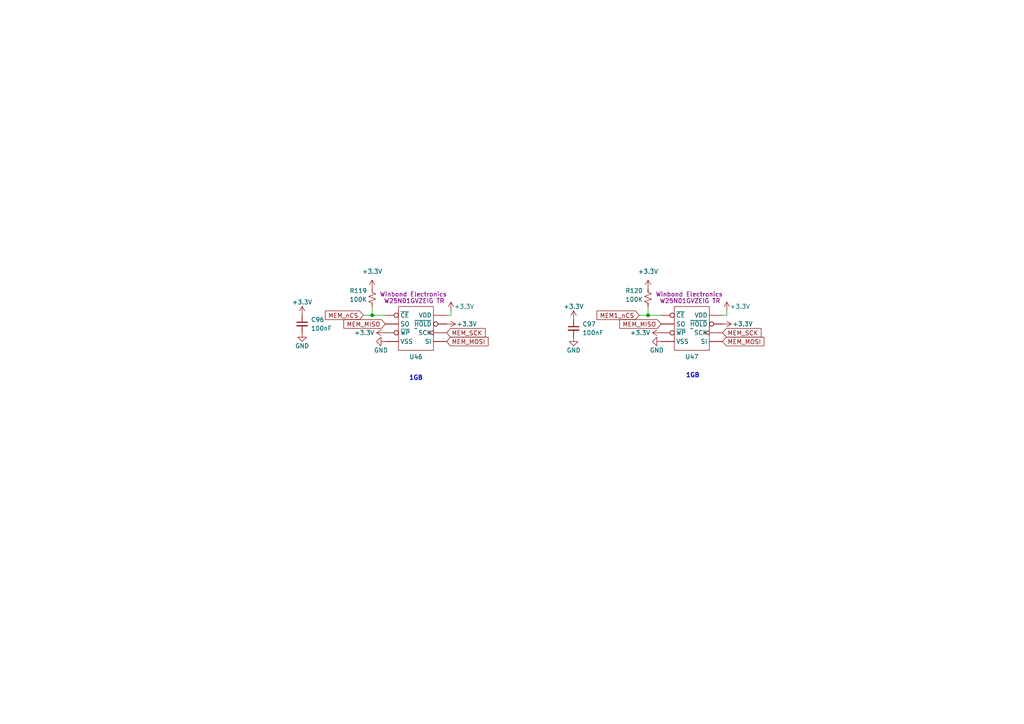
<source format=kicad_sch>
(kicad_sch (version 20231120) (generator "eeschema") (generator_version "8.0")
  (paper "A4")
  (lib_symbols
    (symbol "Device:C_Small" (pin_numbers hide) (pin_names (offset 0.254) hide)
      (property "Reference" "C" (at 0.254 1.778 0))
      (property "Value" "C_Small" (at 0.254 -2.032 0))
      (symbol "C_Small_0_1"
        (polyline (pts (xy -1.524 -0.508) (xy 1.524 -0.508)) (stroke (width 0.3302)))
        (polyline (pts (xy -1.524 0.508) (xy 1.524 0.508)) (stroke (width 0.3048)))
      )
      (symbol "C_Small_1_1"
        (pin passive line (at 0 2.54 270) (length 2.032) (name "~") (number "1"))
        (pin passive line (at 0 -2.54 90) (length 2.032) (name "~") (number "2"))
      )
    )
    (symbol "Device:R_Small_US" (pin_numbers hide) (pin_names (offset 0.254) hide)
      (property "Reference" "R" (at 0.762 0.508 0))
      (property "Value" "R_Small_US" (at 0.762 -1.016 0))
      (symbol "R_Small_US_1_1"
        (polyline (pts (xy 0 0) (xy 1.016 -0.381) (xy 0 -0.762) (xy -1.016 -1.143) (xy 0 -1.524)))
        (polyline (pts (xy 0 1.524) (xy 1.016 1.143) (xy 0 0.762) (xy -1.016 0.381) (xy 0 0)))
        (pin passive line (at 0 2.54 270) (length 1.016) (name "~") (number "1"))
        (pin passive line (at 0 -2.54 90) (length 1.016) (name "~") (number "2"))
      )
    )
    (symbol "UCIRP-KiCAD-Lib:SST25VF016B" (pin_numbers hide)
      (property "Reference" "U3" (at 0 -8.255 0))
      (property "Value" "~" (at 0 0 0))
      (property "Manufacturer" "Renesas Electronics Corporation" (at -1.27 9.525 0))
      (property "Part #" "AT25SL128A-MHE-T" (at -4.445 7.62 0))
      (symbol "SST25VF016B_0_1"
        (rectangle (start -5.08 6.35) (end 5.08 -6.35))
      )
      (symbol "SST25VF016B_1_1"
        (pin input inverted (at -8.89 3.81 0) (length 3.81) (name "~{CE}") (number "1"))
        (pin output line (at -8.89 1.27 0) (length 3.81) (name "SO") (number "2"))
        (pin input inverted (at -8.89 -1.27 0) (length 3.81) (name "~{WP}") (number "3"))
        (pin power_in line (at -8.89 -3.81 0) (length 3.81) (name "VSS") (number "4"))
        (pin input line (at 8.89 -3.81 180) (length 3.81) (name "SI") (number "5"))
        (pin input clock (at 8.89 -1.27 180) (length 3.81) (name "SCK") (number "6"))
        (pin input inverted (at 8.89 1.27 180) (length 3.81) (name "~{HOLD}") (number "7"))
        (pin power_in line (at 8.89 3.81 180) (length 3.81) (name "VDD") (number "8"))
      )
    )
    (symbol "power:+3.3V" (power) (pin_names (offset 0))
      (property "Value" "+3.3V" (at 0 3.556 0))
      (symbol "+3.3V_0_1"
        (polyline (pts (xy -0.762 1.27) (xy 0 2.54)))
        (polyline (pts (xy 0 0) (xy 0 2.54)))
        (polyline (pts (xy 0 2.54) (xy 0.762 1.27)))
      )
      (symbol "+3.3V_1_1"
        (pin power_in line (at 0 0 90) (length 0) hide (name "+3.3V") (number "1"))
      )
    )
    (symbol "power:GND" (power) (pin_names (offset 0))
      (property "Value" "GND" (at 0 -3.81 0))
      (symbol "GND_0_1"
        (polyline (pts (xy 0 0) (xy 0 -1.27) (xy 1.27 -1.27) (xy 0 -2.54) (xy -1.27 -1.27) (xy 0 -1.27)))
      )
      (symbol "GND_1_1"
        (pin power_in line (at 0 0 270) (length 0) hide (name "GND") (number "1"))
      )
    )
  )
  (junction (at 107.95 91.44))
  (junction (at 187.96 91.44))
  (wire (pts (xy 129.54 91.44) (xy 130.81 91.44)))
  (wire (pts (xy 210.82 91.44) (xy 210.82 90.17)))
  (wire (pts (xy 209.55 91.44) (xy 210.82 91.44)))
  (wire (pts (xy 107.95 88.9) (xy 107.95 91.44)))
  (wire (pts (xy 187.96 91.44) (xy 191.77 91.44)))
  (wire (pts (xy 187.96 88.9) (xy 187.96 91.44)))
  (wire (pts (xy 107.95 91.44) (xy 111.76 91.44)))
  (wire (pts (xy 130.81 91.44) (xy 130.81 90.17)))
  (wire (pts (xy 105.41 91.44) (xy 107.95 91.44)))
  (wire (pts (xy 185.42 91.44) (xy 187.96 91.44)))
  (text "1GB" (at 120.65 109.728 0) (effects (font (size 1.27 1.27) (bold yes))))
  (text "1GB" (at 200.914 108.966 0) (effects (font (size 1.27 1.27) (bold yes))))
  (global_label "MEM_nCS" (shape input) (at 105.41 91.44 180) (property "Intersheetrefs" "${INTERSHEET_REFS}" (effects (hide yes))))
  (global_label "MEM_MOSI" (shape input) (at 129.54 99.06 0) (property "Intersheetrefs" "${INTERSHEET_REFS}" (effects (hide yes))))
  (global_label "MEM_MISO" (shape input) (at 111.76 93.98 180) (property "Intersheetrefs" "${INTERSHEET_REFS}" (effects (hide yes))))
  (global_label "MEM1_nCS" (shape input) (at 185.42 91.44 180) (property "Intersheetrefs" "${INTERSHEET_REFS}" (effects (hide yes))))
  (global_label "MEM_SCK" (shape input) (at 209.55 96.52 0) (property "Intersheetrefs" "${INTERSHEET_REFS}" (effects (hide yes))))
  (global_label "MEM_SCK" (shape input) (at 129.54 96.52 0) (property "Intersheetrefs" "${INTERSHEET_REFS}" (effects (hide yes))))
  (global_label "MEM_MISO" (shape input) (at 191.77 93.98 180) (property "Intersheetrefs" "${INTERSHEET_REFS}" (effects (hide yes))))
  (global_label "MEM_MOSI" (shape input) (at 209.55 99.06 0) (property "Intersheetrefs" "${INTERSHEET_REFS}" (effects (hide yes))))
  (symbol (lib_id "UCIRP-KiCAD-Lib:SST25VF016B") (at 120.65 95.25 0) (unit 1)
    (property "Reference" "U46" (at 120.65 103.505 0))
    (property "Value" "~" (at 120.65 95.25 0))
    (property "Footprint" "Package_SO:SOIC-8W_5.3x5.3mm_P1.27mm" (effects (hide yes)))
    (property "Datasheet" "https://www.winbond.com/resource-files/w25n01gv%20revl%20050918%20unsecured.pdf" (effects (hide yes)))
    (property "Manufacturer" "Winbond Electronics" (at 119.888 85.344 0))
    (property "Part #" "W25N01GVZEIG TR" (at 120.142 87.249 0))
  )
  (symbol (lib_id "power:+3.3V") (at 187.96 83.82 0) (unit 1)
    (property "Reference" "#PWR0315" (effects (hide yes)))
    (property "Value" "+3.3V" (at 187.96 78.74 0))
    (property "Description" "Power symbol creates a global label with name \"+3.3V\"" (effects (hide yes)))
  )
  (symbol (lib_id "power:GND") (at 111.76 99.06 270) (mirror x) (unit 1)
    (property "Reference" "#PWR0310" (effects (hide yes)))
    (property "Value" "GND" (at 110.49 101.6 90))
  )
  (symbol (lib_id "power:GND") (at 87.63 96.52 0) (unit 1)
    (property "Reference" "#PWR0307" (effects (hide yes)))
    (property "Value" "GND" (at 87.63 100.33 0))
  )
  (symbol (lib_id "Device:C_Small") (at 166.37 95.25 0) (unit 1)
    (property "Reference" "C97" (at 168.91 93.9863 0) (effects (justify left)))
    (property "Value" "100nF" (at 168.91 96.5263 0) (effects (justify left)))
    (property "Footprint" "Capacitor_SMD:C_0402_1005Metric" (effects (hide yes)))
    (property "Part #" "Generic 100nF 6.3V X7R 0402 MLCC" (effects (hide yes)))
  )
  (symbol (lib_id "power:+3.3V") (at 209.55 93.98 270) (unit 1)
    (property "Reference" "#PWR0318" (effects (hide yes)))
    (property "Value" "+3.3V" (at 215.392 93.98 90))
    (property "Description" "Power symbol creates a global label with name \"+3.3V\"" (effects (hide yes)))
  )
  (symbol (lib_id "power:+3.3V") (at 87.63 91.44 0) (unit 1)
    (property "Reference" "#PWR0306" (effects (hide yes)))
    (property "Value" "+3.3V" (at 87.63 87.63 0))
  )
  (symbol (lib_id "power:+3.3V") (at 107.95 83.82 0) (unit 1)
    (property "Reference" "#PWR0308" (effects (hide yes)))
    (property "Value" "+3.3V" (at 107.95 78.74 0))
    (property "Description" "Power symbol creates a global label with name \"+3.3V\"" (effects (hide yes)))
  )
  (symbol (lib_id "power:+3.3V") (at 130.81 90.17 0) (unit 1)
    (property "Reference" "#PWR0312" (effects (hide yes)))
    (property "Value" "+3.3V" (at 134.62 88.9 0))
  )
  (symbol (lib_id "UCIRP-KiCAD-Lib:SST25VF016B") (at 200.66 95.25 0) (unit 1)
    (property "Reference" "U47" (at 200.66 103.505 0))
    (property "Value" "~" (at 200.66 95.25 0))
    (property "Footprint" "Package_SO:SOIC-8W_5.3x5.3mm_P1.27mm" (effects (hide yes)))
    (property "Datasheet" "https://www.winbond.com/resource-files/w25n01gv%20revl%20050918%20unsecured.pdf" (effects (hide yes)))
    (property "Manufacturer" "Winbond Electronics" (at 199.898 85.344 0))
    (property "Part #" "W25N01GVZEIG TR" (at 200.152 87.249 0))
  )
  (symbol (lib_id "Device:C_Small") (at 87.63 93.98 0) (unit 1)
    (property "Reference" "C96" (at 90.17 92.7163 0) (effects (justify left)))
    (property "Value" "100nF" (at 90.17 95.2563 0) (effects (justify left)))
    (property "Footprint" "Capacitor_SMD:C_0402_1005Metric" (effects (hide yes)))
    (property "Part #" "Generic 100nF 6.3V X7R 0402 MLCC" (effects (hide yes)))
  )
  (symbol (lib_id "power:+3.3V") (at 191.77 96.52 90) (unit 1)
    (property "Reference" "#PWR0316" (effects (hide yes)))
    (property "Value" "+3.3V" (at 185.674 96.52 90))
    (property "Description" "Power symbol creates a global label with name \"+3.3V\"" (effects (hide yes)))
  )
  (symbol (lib_id "power:+3.3V") (at 166.37 92.71 0) (unit 1)
    (property "Reference" "#PWR0313" (effects (hide yes)))
    (property "Value" "+3.3V" (at 166.37 88.9 0))
  )
  (symbol (lib_id "Device:R_Small_US") (at 107.95 86.36 0) (unit 1)
    (property "Reference" "R119" (at 101.346 84.328 0) (effects (justify left)))
    (property "Value" "100K" (at 101.346 86.868 0) (effects (justify left)))
    (property "Footprint" "Resistor_SMD:R_0402_1005Metric" (effects (hide yes)))
    (property "Manufacturer" "Generic" (effects (hide yes)))
    (property "Part #" "Generic 100K 5% 0402 Resistor" (effects (hide yes)))
  )
  (symbol (lib_id "power:+3.3V") (at 111.76 96.52 90) (unit 1)
    (property "Reference" "#PWR0309" (effects (hide yes)))
    (property "Value" "+3.3V" (at 105.664 96.52 90))
    (property "Description" "Power symbol creates a global label with name \"+3.3V\"" (effects (hide yes)))
  )
  (symbol (lib_id "power:GND") (at 191.77 99.06 270) (mirror x) (unit 1)
    (property "Reference" "#PWR0317" (effects (hide yes)))
    (property "Value" "GND" (at 190.5 101.6 90))
  )
  (symbol (lib_id "Device:R_Small_US") (at 187.96 86.36 0) (unit 1)
    (property "Reference" "R120" (at 181.356 84.328 0) (effects (justify left)))
    (property "Value" "100K" (at 181.356 86.868 0) (effects (justify left)))
    (property "Footprint" "Resistor_SMD:R_0402_1005Metric" (effects (hide yes)))
    (property "Manufacturer" "Generic" (effects (hide yes)))
    (property "Part #" "Generic 100K 5% 0402 Resistor" (effects (hide yes)))
  )
  (symbol (lib_id "power:+3.3V") (at 210.82 90.17 0) (unit 1)
    (property "Reference" "#PWR0319" (effects (hide yes)))
    (property "Value" "+3.3V" (at 214.63 88.9 0))
  )
  (symbol (lib_id "power:GND") (at 166.37 97.79 0) (unit 1)
    (property "Reference" "#PWR0314" (effects (hide yes)))
    (property "Value" "GND" (at 166.37 101.6 0))
  )
  (symbol (lib_id "power:+3.3V") (at 129.54 93.98 270) (unit 1)
    (property "Reference" "#PWR0311" (effects (hide yes)))
    (property "Value" "+3.3V" (at 135.382 93.98 90))
    (property "Description" "Power symbol creates a global label with name \"+3.3V\"" (effects (hide yes)))
  )
)
</source>
